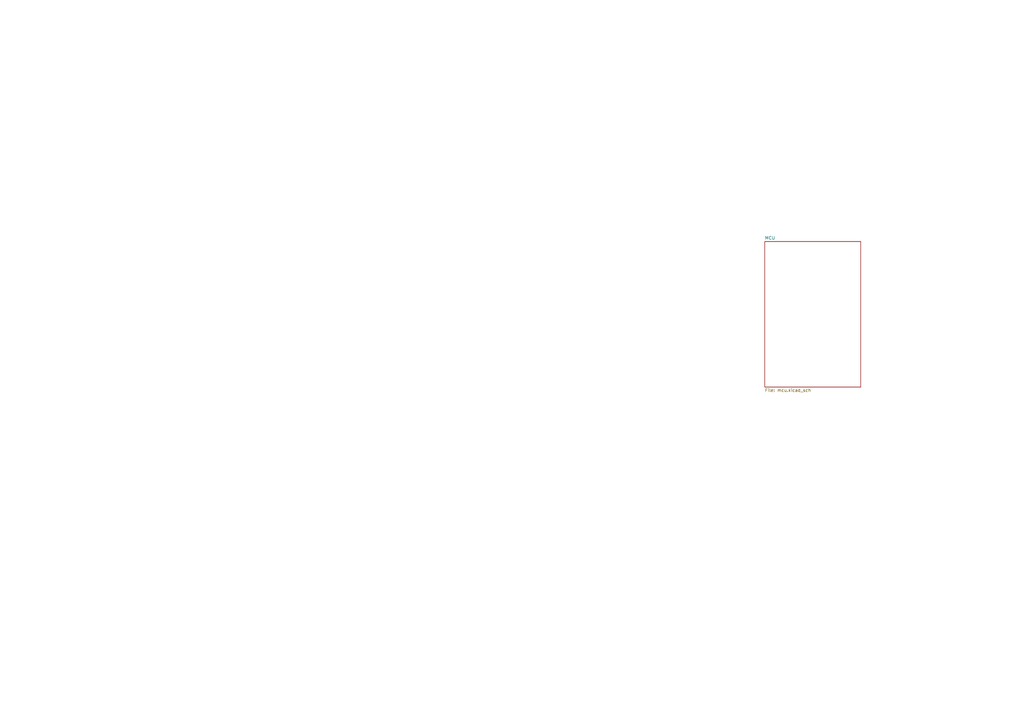
<source format=kicad_sch>
(kicad_sch
	(version 20250114)
	(generator "eeschema")
	(generator_version "9.0")
	(uuid "a8261359-6329-4960-96c7-d82fbb91cdcc")
	(paper "A3")
	(lib_symbols)
	(sheet
		(at 313.69 99.06)
		(size 39.37 59.69)
		(exclude_from_sim no)
		(in_bom yes)
		(on_board yes)
		(dnp no)
		(fields_autoplaced yes)
		(stroke
			(width 0.1524)
			(type solid)
		)
		(fill
			(color 0 0 0 0.0000)
		)
		(uuid "e22ec7ef-d58f-4556-aec9-521f129d8eb8")
		(property "Sheetname" "MCU"
			(at 313.69 98.3484 0)
			(effects
				(font
					(size 1.27 1.27)
				)
				(justify left bottom)
			)
		)
		(property "Sheetfile" "mcu.kicad_sch"
			(at 313.69 159.3346 0)
			(effects
				(font
					(size 1.27 1.27)
				)
				(justify left top)
			)
		)
		(instances
			(project "SmartRuler"
				(path "/a8261359-6329-4960-96c7-d82fbb91cdcc"
					(page "2")
				)
			)
		)
	)
	(sheet_instances
		(path "/"
			(page "1")
		)
	)
	(embedded_fonts no)
)

</source>
